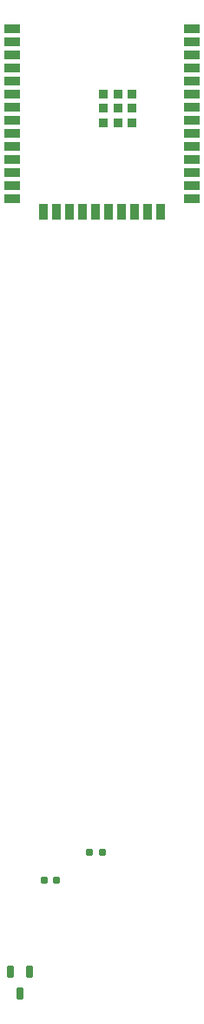
<source format=gbp>
G04 #@! TF.GenerationSoftware,KiCad,Pcbnew,7.0.10*
G04 #@! TF.CreationDate,2024-11-08T16:21:34-05:00*
G04 #@! TF.ProjectId,Sensify Main Board,53656e73-6966-4792-904d-61696e20426f,rev?*
G04 #@! TF.SameCoordinates,Original*
G04 #@! TF.FileFunction,Paste,Bot*
G04 #@! TF.FilePolarity,Positive*
%FSLAX46Y46*%
G04 Gerber Fmt 4.6, Leading zero omitted, Abs format (unit mm)*
G04 Created by KiCad (PCBNEW 7.0.10) date 2024-11-08 16:21:34*
%MOMM*%
%LPD*%
G01*
G04 APERTURE LIST*
G04 Aperture macros list*
%AMRoundRect*
0 Rectangle with rounded corners*
0 $1 Rounding radius*
0 $2 $3 $4 $5 $6 $7 $8 $9 X,Y pos of 4 corners*
0 Add a 4 corners polygon primitive as box body*
4,1,4,$2,$3,$4,$5,$6,$7,$8,$9,$2,$3,0*
0 Add four circle primitives for the rounded corners*
1,1,$1+$1,$2,$3*
1,1,$1+$1,$4,$5*
1,1,$1+$1,$6,$7*
1,1,$1+$1,$8,$9*
0 Add four rect primitives between the rounded corners*
20,1,$1+$1,$2,$3,$4,$5,0*
20,1,$1+$1,$4,$5,$6,$7,0*
20,1,$1+$1,$6,$7,$8,$9,0*
20,1,$1+$1,$8,$9,$2,$3,0*%
G04 Aperture macros list end*
%ADD10RoundRect,0.075000X-0.225000X0.540000X-0.225000X-0.540000X0.225000X-0.540000X0.225000X0.540000X0*%
%ADD11R,1.498600X0.889000*%
%ADD12R,0.889000X1.498600*%
%ADD13R,0.889000X0.889000*%
%ADD14RoundRect,0.160000X0.197500X0.160000X-0.197500X0.160000X-0.197500X-0.160000X0.197500X-0.160000X0*%
%ADD15RoundRect,0.155000X0.212500X0.155000X-0.212500X0.155000X-0.212500X-0.155000X0.212500X-0.155000X0*%
G04 APERTURE END LIST*
D10*
X134305000Y-162091000D03*
X136205000Y-162091000D03*
X135255000Y-164211000D03*
D11*
X152031400Y-70530400D03*
X152031400Y-71800400D03*
X152031400Y-73070400D03*
X152031400Y-74340400D03*
X152031400Y-75610400D03*
X152031400Y-76880400D03*
X152031400Y-78150400D03*
X152031400Y-79420400D03*
X152031400Y-80690400D03*
X152031400Y-81960400D03*
X152031400Y-83230400D03*
X152031400Y-84500400D03*
X152031400Y-85770400D03*
X152031400Y-87040400D03*
D12*
X148996400Y-88290400D03*
X147726400Y-88290400D03*
X146456400Y-88290400D03*
X145186400Y-88290400D03*
X143916400Y-88290400D03*
X142646400Y-88290400D03*
X141376400Y-88290400D03*
X140106400Y-88290400D03*
X138836400Y-88290400D03*
X137566400Y-88290400D03*
D11*
X134531400Y-87040400D03*
X134531400Y-85770400D03*
X134531400Y-84500400D03*
X134531400Y-83230400D03*
X134531400Y-81960400D03*
X134531400Y-80690400D03*
X134531400Y-79420400D03*
X134531400Y-78150400D03*
X134531400Y-76880400D03*
X134531400Y-75610400D03*
X134531400Y-74340400D03*
X134531400Y-73070400D03*
X134531400Y-71800400D03*
X134531400Y-70530400D03*
D13*
X144781400Y-78250400D03*
X146181400Y-76850400D03*
X146181400Y-78250400D03*
X146181400Y-79650400D03*
X144781400Y-79650400D03*
X143381400Y-79650400D03*
X143381400Y-78250400D03*
X143381400Y-76850400D03*
X144781400Y-76850400D03*
D14*
X143256000Y-150533000D03*
X142061000Y-150533000D03*
D15*
X138773000Y-153200000D03*
X137638000Y-153200000D03*
M02*

</source>
